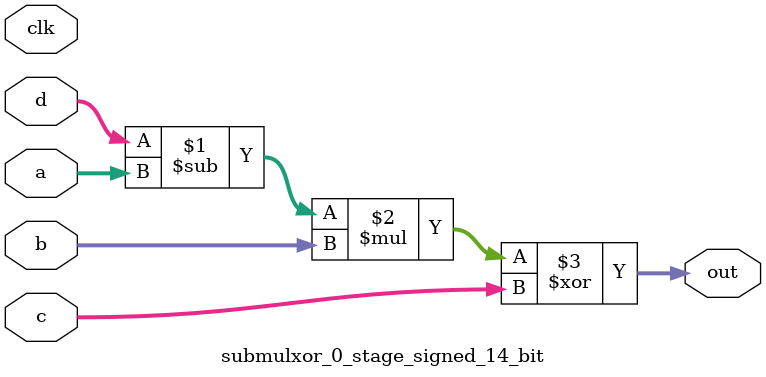
<source format=sv>
(* use_dsp = "yes" *) module submulxor_0_stage_signed_14_bit(
	input signed [13:0] a,
	input signed [13:0] b,
	input signed [13:0] c,
	input signed [13:0] d,
	output [13:0] out,
	input clk);

	assign out = ((d - a) * b) ^ c;
endmodule

</source>
